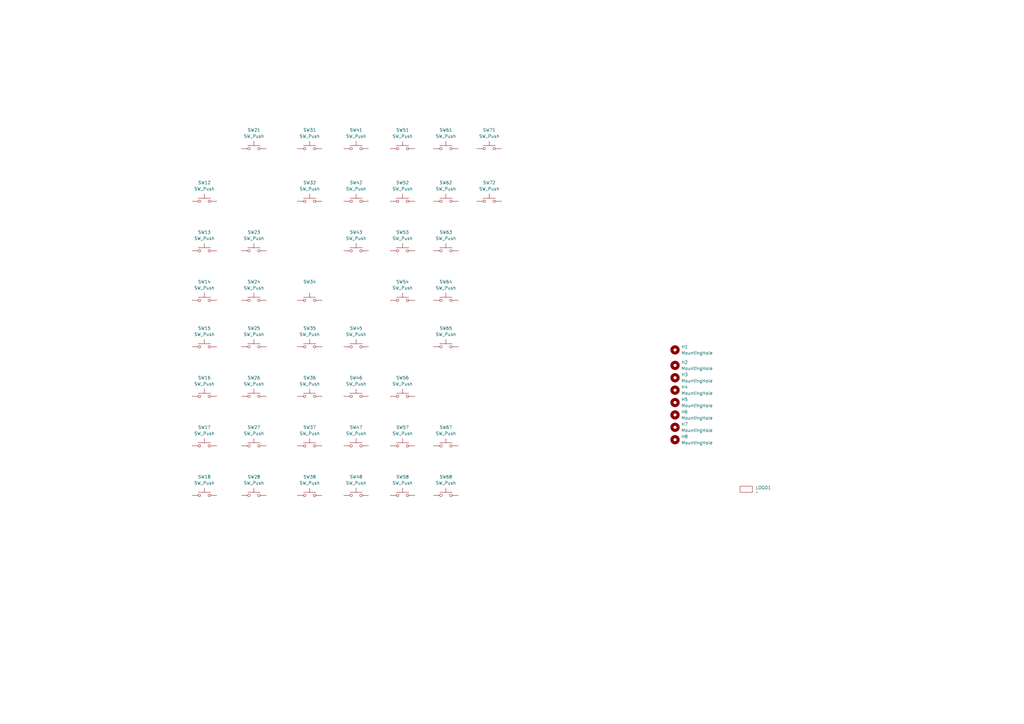
<source format=kicad_sch>
(kicad_sch (version 20250114) (generator "eeschema") (generator_version "9.0")
  (paper "A3")
  (title_block (title "hmkb44") (date "2025-05-10") (rev "V1.0"))
  (lib_symbols
    (symbol "Mechanical:MountingHole" (pin_names (offset 1.016)) (in_bom no)
      (property "Reference" "H" (at 0 5.08 0))
      (property "Value" "MountingHole" (at 0 3.175 0))
      (symbol "MountingHole_0_1"
        (circle (center 0 0) (radius 1.27) (stroke (width 1.27)))
      )
    )
    (symbol "MyLibrary:LOGO_1" (in_bom no)
      (property "Reference" "LOGO" (at 0 0 0))
      (symbol "LOGO_1_0_1"
        (rectangle (start -2.54 1.27) (end 2.54 -1.27))
      )
    )
    (symbol "Switch:SW_Push" (pin_numbers (hide yes)) (pin_names (offset 1.016) (hide yes))
      (property "Reference" "SW" (at 1.27 2.54 0))
      (property "Value" "SW_Push" (at 0 -1.524 0))
      (symbol "SW_Push_0_1"
        (circle (center -2.032 0) (radius 0.508))
        (polyline (pts (xy 0 1.27) (xy 0 3.048)))
        (circle (center 2.032 0) (radius 0.508))
        (polyline (pts (xy 2.54 1.27) (xy -2.54 1.27)))
        (pin passive line (at -5.08 0 0) (length 2.54) (name "1") (number "1"))
        (pin passive line (at 5.08 0 180) (length 2.54) (name "2") (number "2"))
      )
    )
  )
  (symbol (lib_id "Mechanical:MountingHole") (at 276.86 175.26 0) (unit 1) (in_bom no)
    (property "Reference" "H7" (at 279.4 173.9899 0) (effects (justify left)))
    (property "Value" "MountingHole" (at 279.4 176.5299 0) (effects (justify left)))
    (property "Footprint" "MountingHole:MountingHole_2.2mm_M2" (effects (hide yes)))
    (property "Description" "Mounting Hole without connection" (effects (hide yes)))
  )
  (symbol (lib_id "Switch:SW_Push") (at 104.14 162.56 0) (unit 1)
    (property "Reference" "SW26" (at 104.14 154.94 0))
    (property "Value" "SW_Push" (at 104.14 157.48 0))
    (property "Footprint" "00SS_kbd_SW_Hole:SW_Hole_1.5u" (effects (hide yes)))
    (property "Description" "Push button switch, generic, two pins" (effects (hide yes)))
  )
  (symbol (lib_id "Switch:SW_Push") (at 146.05 162.56 0) (unit 1)
    (property "Reference" "SW46" (at 146.05 154.94 0))
    (property "Value" "SW_Push" (at 146.05 157.48 0))
    (property "Footprint" "00SS_kbd_SW_Hole:SW_Hole_1u" (effects (hide yes)))
    (property "Description" "Push button switch, generic, two pins" (effects (hide yes)))
  )
  (symbol (lib_id "Switch:SW_Push") (at 104.14 203.2 0) (unit 1)
    (property "Reference" "SW28" (at 104.14 195.58 0))
    (property "Value" "SW_Push" (at 104.14 198.12 0))
    (property "Footprint" "00SS_kbd_SW_Hole:SW_Hole_1u" (effects (hide yes)))
    (property "Description" "Push button switch, generic, two pins" (effects (hide yes)))
  )
  (symbol (lib_id "Mechanical:MountingHole") (at 276.86 160.02 0) (unit 1) (in_bom no)
    (property "Reference" "H4" (at 279.4 158.7499 0) (effects (justify left)))
    (property "Value" "MountingHole" (at 279.4 161.2899 0) (effects (justify left)))
    (property "Footprint" "MountingHole:MountingHole_2.2mm_M2" (effects (hide yes)))
    (property "Description" "Mounting Hole without connection" (effects (hide yes)))
  )
  (symbol (lib_id "Switch:SW_Push") (at 127 162.56 0) (unit 1)
    (property "Reference" "SW36" (at 127 154.94 0))
    (property "Value" "SW_Push" (at 127 157.48 0))
    (property "Footprint" "00SS_kbd_SW_Hole:SW_Hole_1u" (effects (hide yes)))
    (property "Description" "Push button switch, generic, two pins" (effects (hide yes)))
  )
  (symbol (lib_id "Switch:SW_Push") (at 165.1 162.56 0) (unit 1)
    (property "Reference" "SW56" (at 165.1 154.94 0))
    (property "Value" "SW_Push" (at 165.1 157.48 0))
    (property "Footprint" "00SS_kbd_SW_Hole:SW_Hole_1u" (effects (hide yes)))
    (property "Description" "Push button switch, generic, two pins" (effects (hide yes)))
  )
  (symbol (lib_id "Mechanical:MountingHole") (at 276.86 165.1 0) (unit 1) (in_bom no)
    (property "Reference" "H5" (at 279.4 163.8299 0) (effects (justify left)))
    (property "Value" "MountingHole" (at 279.4 166.3699 0) (effects (justify left)))
    (property "Footprint" "MountingHole:MountingHole_2.2mm_M2" (effects (hide yes)))
    (property "Description" "Mounting Hole without connection" (effects (hide yes)))
  )
  (symbol (lib_id "Switch:SW_Push") (at 165.1 203.2 0) (unit 1)
    (property "Reference" "SW58" (at 165.1 195.58 0))
    (property "Value" "SW_Push" (at 165.1 198.12 0))
    (property "Footprint" "00SS_kbd_SW_Hole:SW_Hole_1.75u" (effects (hide yes)))
    (property "Description" "Push button switch, generic, two pins" (effects (hide yes)))
  )
  (symbol (lib_id "Switch:SW_Push") (at 182.88 142.24 0) (unit 1)
    (property "Reference" "SW65" (at 182.88 134.62 0))
    (property "Value" "SW_Push" (at 182.88 137.16 0))
    (property "Footprint" "00SS_kbd_SW_Hole:SW_Hole_1u" (effects (hide yes)))
    (property "Description" "Push button switch, generic, two pins" (effects (hide yes)))
  )
  (symbol (lib_id "Mechanical:MountingHole") (at 276.86 170.18 0) (unit 1) (in_bom no)
    (property "Reference" "H6" (at 279.4 168.9099 0) (effects (justify left)))
    (property "Value" "MountingHole" (at 279.4 171.4499 0) (effects (justify left)))
    (property "Footprint" "MountingHole:MountingHole_2.2mm_M2" (effects (hide yes)))
    (property "Description" "Mounting Hole without connection" (effects (hide yes)))
  )
  (symbol (lib_id "Switch:SW_Push") (at 146.05 182.88 0) (unit 1)
    (property "Reference" "SW47" (at 146.05 175.26 0))
    (property "Value" "SW_Push" (at 146.05 177.8 0))
    (property "Footprint" "00SS_kbd_SW_Hole:SW_Hole_1u" (effects (hide yes)))
    (property "Description" "Push button switch, generic, two pins" (effects (hide yes)))
  )
  (symbol (lib_id "Switch:SW_Push") (at 127 182.88 0) (unit 1)
    (property "Reference" "SW37" (at 127 175.26 0))
    (property "Value" "SW_Push" (at 127 177.8 0))
    (property "Footprint" "00SS_kbd_SW_Hole:SW_Hole_1u" (effects (hide yes)))
    (property "Description" "Push button switch, generic, two pins" (effects (hide yes)))
  )
  (symbol (lib_id "Switch:SW_Push") (at 146.05 203.2 0) (unit 1)
    (property "Reference" "SW48" (at 146.05 195.58 0))
    (property "Value" "SW_Push" (at 146.05 198.12 0))
    (property "Footprint" "00SS_kbd_SW_Hole:SW_Hole_1u" (effects (hide yes)))
    (property "Description" "Push button switch, generic, two pins" (effects (hide yes)))
  )
  (symbol (lib_id "Switch:SW_Push") (at 165.1 123.19 0) (unit 1)
    (property "Reference" "SW54" (at 165.1 115.57 0))
    (property "Value" "SW_Push" (at 165.1 118.11 0))
    (property "Footprint" "00SS_kbd_SW_Hole:SW_Hole_1u" (effects (hide yes)))
    (property "Description" "Push button switch, generic, two pins" (effects (hide yes)))
  )
  (symbol (lib_id "Switch:SW_Push") (at 104.14 142.24 0) (unit 1)
    (property "Reference" "SW25" (at 104.14 134.62 0))
    (property "Value" "SW_Push" (at 104.14 137.16 0))
    (property "Footprint" "00SS_kbd_SW_Hole:SW_Hole_1u" (effects (hide yes)))
    (property "Description" "Push button switch, generic, two pins" (effects (hide yes)))
  )
  (symbol (lib_id "Switch:SW_Push") (at 127 203.2 0) (unit 1)
    (property "Reference" "SW38" (at 127 195.58 0))
    (property "Value" "SW_Push" (at 127 198.12 0))
    (property "Footprint" "00SS_kbd_SW_Hole:SW_Hole_1u" (effects (hide yes)))
    (property "Description" "Push button switch, generic, two pins" (effects (hide yes)))
  )
  (symbol (lib_id "Switch:SW_Push") (at 83.82 123.19 0) (unit 1)
    (property "Reference" "SW14" (at 83.82 115.57 0))
    (property "Value" "SW_Push" (at 83.82 118.11 0))
    (property "Footprint" "00SS_kbd_SW_Hole:SW_Hole_1u" (effects (hide yes)))
    (property "Description" "Push button switch, generic, two pins" (effects (hide yes)))
  )
  (symbol (lib_id "Mechanical:MountingHole") (at 276.86 149.86 0) (unit 1) (in_bom no)
    (property "Reference" "H2" (at 279.4 148.5899 0) (effects (justify left)))
    (property "Value" "MountingHole" (at 279.4 151.1299 0) (effects (justify left)))
    (property "Footprint" "MountingHole:MountingHole_2.2mm_M2" (effects (hide yes)))
    (property "Description" "Mounting Hole without connection" (effects (hide yes)))
  )
  (symbol (lib_id "Switch:SW_Push") (at 200.66 60.96 0) (unit 1)
    (property "Reference" "SW71" (at 200.66 53.34 0))
    (property "Value" "SW_Push" (at 200.66 55.88 0))
    (property "Footprint" "00SS_kbd_SW_Hole:SW_Hole_1.25u" (effects (hide yes)))
    (property "Description" "Push button switch, generic, two pins" (effects (hide yes)))
  )
  (symbol (lib_id "Switch:SW_Push") (at 127 82.55 0) (unit 1)
    (property "Reference" "SW32" (at 127 74.93 0))
    (property "Value" "SW_Push" (at 127 77.47 0))
    (property "Footprint" "00SS_kbd_SW_Hole:SW_Hole_1u" (effects (hide yes)))
    (property "Description" "Push button switch, generic, two pins" (effects (hide yes)))
  )
  (symbol (lib_id "Switch:SW_Push") (at 182.88 60.96 0) (unit 1)
    (property "Reference" "SW61" (at 182.88 53.34 0))
    (property "Value" "SW_Push" (at 182.88 55.88 0))
    (property "Footprint" "00SS_kbd_SW_Hole:SW_Hole_1.25u" (effects (hide yes)))
    (property "Description" "Push button switch, generic, two pins" (effects (hide yes)))
  )
  (symbol (lib_id "Switch:SW_Push") (at 127 142.24 0) (unit 1)
    (property "Reference" "SW35" (at 127 134.62 0))
    (property "Value" "SW_Push" (at 127 137.16 0))
    (property "Footprint" "00SS_kbd_SW_Hole:SW_Hole_1u" (effects (hide yes)))
    (property "Description" "Push button switch, generic, two pins" (effects (hide yes)))
  )
  (symbol (lib_id "Switch:SW_Push") (at 165.1 102.87 0) (unit 1)
    (property "Reference" "SW53" (at 165.1 95.25 0))
    (property "Value" "SW_Push" (at 165.1 97.79 0))
    (property "Footprint" "00SS_kbd_SW_Hole:SW_Hole_1u" (effects (hide yes)))
    (property "Description" "Push button switch, generic, two pins" (effects (hide yes)))
  )
  (symbol (lib_id "Switch:SW_Push") (at 182.88 182.88 0) (unit 1)
    (property "Reference" "SW67" (at 182.88 175.26 0))
    (property "Value" "SW_Push" (at 182.88 177.8 0))
    (property "Footprint" "00SS_kbd_SW_Hole:SW_Hole_2.25u" (effects (hide yes)))
    (property "Description" "Push button switch, generic, two pins" (effects (hide yes)))
  )
  (symbol (lib_id "Switch:SW_Push") (at 104.14 182.88 0) (unit 1)
    (property "Reference" "SW27" (at 104.14 175.26 0))
    (property "Value" "SW_Push" (at 104.14 177.8 0))
    (property "Footprint" "00SS_kbd_SW_Hole:SW_Hole_1.75u" (effects (hide yes)))
    (property "Description" "Push button switch, generic, two pins" (effects (hide yes)))
  )
  (symbol (lib_id "MyLibrary:LOGO_1") (at 306.07 200.66 0) (unit 1) (in_bom no)
    (property "Reference" "LOGO1" (at 309.88 200.0249 0) (effects (justify left)))
    (property "Value" "~" (at 309.88 201.93 0) (effects (justify left)))
    (property "Footprint" "MyLibrary:LOGO" (effects (hide yes)))
  )
  (symbol (lib_id "Mechanical:MountingHole") (at 276.86 143.51 0) (unit 1) (in_bom no)
    (property "Reference" "H1" (at 279.4 142.2399 0) (effects (justify left)))
    (property "Value" "MountingHole" (at 279.4 144.7799 0) (effects (justify left)))
    (property "Footprint" "MountingHole:MountingHole_2.2mm_M2" (effects (hide yes)))
    (property "Description" "Mounting Hole without connection" (effects (hide yes)))
  )
  (symbol (lib_id "Switch:SW_Push") (at 127 60.96 0) (unit 1)
    (property "Reference" "SW31" (at 127 53.34 0))
    (property "Value" "SW_Push" (at 127 55.88 0))
    (property "Footprint" "00SS_kbd_SW_Hole:SW_Hole_1u" (effects (hide yes)))
    (property "Description" "Push button switch, generic, two pins" (effects (hide yes)))
  )
  (symbol (lib_id "Mechanical:MountingHole") (at 276.86 154.94 0) (unit 1) (in_bom no)
    (property "Reference" "H3" (at 279.4 153.6699 0) (effects (justify left)))
    (property "Value" "MountingHole" (at 279.4 156.2099 0) (effects (justify left)))
    (property "Footprint" "MountingHole:MountingHole_2.2mm_M2" (effects (hide yes)))
    (property "Description" "Mounting Hole without connection" (effects (hide yes)))
  )
  (symbol (lib_id "Switch:SW_Push") (at 165.1 60.96 0) (unit 1)
    (property "Reference" "SW51" (at 165.1 53.34 0))
    (property "Value" "SW_Push" (at 165.1 55.88 0))
    (property "Footprint" "00SS_kbd_SW_Hole:SW_Hole_1u" (effects (hide yes)))
    (property "Description" "Push button switch, generic, two pins" (effects (hide yes)))
  )
  (symbol (lib_id "Switch:SW_Push") (at 83.82 102.87 0) (unit 1)
    (property "Reference" "SW13" (at 83.82 95.25 0))
    (property "Value" "SW_Push" (at 83.82 97.79 0))
    (property "Footprint" "00SS_kbd_SW_Hole:SW_Hole_1u" (effects (hide yes)))
    (property "Description" "Push button switch, generic, two pins" (effects (hide yes)))
  )
  (symbol (lib_id "Switch:SW_Push") (at 127 123.19 0) (unit 1)
    (property "Reference" "SW34" (at 127 115.57 0))
    (property "Value" "SW_Push" (effects (hide yes)))
    (property "Footprint" "00SS_kbd_SW_Hole:SW_Hole_1u" (effects (hide yes)))
    (property "Description" "Push button switch, generic, two pins" (effects (hide yes)))
  )
  (symbol (lib_id "Switch:SW_Push") (at 165.1 182.88 0) (unit 1)
    (property "Reference" "SW57" (at 165.1 175.26 0))
    (property "Value" "SW_Push" (at 165.1 177.8 0))
    (property "Footprint" "00SS_kbd_SW_Hole:SW_Hole_1u" (effects (hide yes)))
    (property "Description" "Push button switch, generic, two pins" (effects (hide yes)))
  )
  (symbol (lib_id "Switch:SW_Push") (at 200.66 82.55 0) (unit 1)
    (property "Reference" "SW72" (at 200.66 74.93 0))
    (property "Value" "SW_Push" (at 200.66 77.47 0))
    (property "Footprint" "00SS_kbd_SW_Hole:SW_Hole_1.25u" (effects (hide yes)))
    (property "Description" "Push button switch, generic, two pins" (effects (hide yes)))
  )
  (symbol (lib_id "Switch:SW_Push") (at 104.14 102.87 0) (unit 1)
    (property "Reference" "SW23" (at 104.14 95.25 0))
    (property "Value" "SW_Push" (at 104.14 97.79 0))
    (property "Footprint" "00SS_kbd_SW_Hole:SW_Hole_1u" (effects (hide yes)))
    (property "Description" "Push button switch, generic, two pins" (effects (hide yes)))
  )
  (symbol (lib_id "Switch:SW_Push") (at 165.1 82.55 0) (unit 1)
    (property "Reference" "SW52" (at 165.1 74.93 0))
    (property "Value" "SW_Push" (at 165.1 77.47 0))
    (property "Footprint" "00SS_kbd_SW_Hole:SW_Hole_1u" (effects (hide yes)))
    (property "Description" "Push button switch, generic, two pins" (effects (hide yes)))
  )
  (symbol (lib_id "Switch:SW_Push") (at 83.82 162.56 0) (unit 1)
    (property "Reference" "SW16" (at 83.82 154.94 0))
    (property "Value" "SW_Push" (at 83.82 157.48 0))
    (property "Footprint" "00SS_kbd_SW_Hole:SW_Hole_1u" (effects (hide yes)))
    (property "Description" "Push button switch, generic, two pins" (effects (hide yes)))
  )
  (symbol (lib_id "Switch:SW_Push") (at 182.88 203.2 0) (unit 1)
    (property "Reference" "SW68" (at 182.88 195.58 0))
    (property "Value" "SW_Push" (at 182.88 198.12 0))
    (property "Footprint" "00SS_kbd_SW_Hole:SW_Hole_1.25u" (effects (hide yes)))
    (property "Description" "Push button switch, generic, two pins" (effects (hide yes)))
  )
  (symbol (lib_id "Switch:SW_Push") (at 182.88 102.87 0) (unit 1)
    (property "Reference" "SW63" (at 182.88 95.25 0))
    (property "Value" "SW_Push" (at 182.88 97.79 0))
    (property "Footprint" "00SS_kbd_SW_Hole:SW_Hole_1.25u" (effects (hide yes)))
    (property "Description" "Push button switch, generic, two pins" (effects (hide yes)))
  )
  (symbol (lib_id "Switch:SW_Push") (at 146.05 102.87 0) (unit 1)
    (property "Reference" "SW43" (at 146.05 95.25 0))
    (property "Value" "SW_Push" (at 146.05 97.79 0))
    (property "Footprint" "00SS_kbd_SW_Hole:SW_Hole_1.25u" (effects (hide yes)))
    (property "Description" "Push button switch, generic, two pins" (effects (hide yes)))
  )
  (symbol (lib_id "Switch:SW_Push") (at 182.88 82.55 0) (unit 1)
    (property "Reference" "SW62" (at 182.88 74.93 0))
    (property "Value" "SW_Push" (at 182.88 77.47 0))
    (property "Footprint" "00SS_kbd_SW_Hole:SW_Hole_1.25u" (effects (hide yes)))
    (property "Description" "Push button switch, generic, two pins" (effects (hide yes)))
  )
  (symbol (lib_id "Mechanical:MountingHole") (at 276.86 180.34 0) (unit 1) (in_bom no)
    (property "Reference" "H8" (at 279.4 179.0699 0) (effects (justify left)))
    (property "Value" "MountingHole" (at 279.4 181.6099 0) (effects (justify left)))
    (property "Footprint" "MountingHole:MountingHole_2.2mm_M2" (effects (hide yes)))
    (property "Description" "Mounting Hole without connection" (effects (hide yes)))
  )
  (symbol (lib_id "Switch:SW_Push") (at 104.14 123.19 0) (unit 1)
    (property "Reference" "SW24" (at 104.14 115.57 0))
    (property "Value" "SW_Push" (at 104.14 118.11 0))
    (property "Footprint" "00SS_kbd_SW_Hole:SW_Hole_1u" (effects (hide yes)))
    (property "Description" "Push button switch, generic, two pins" (effects (hide yes)))
  )
  (symbol (lib_id "Switch:SW_Push") (at 83.82 203.2 0) (unit 1)
    (property "Reference" "SW18" (at 83.82 195.58 0))
    (property "Value" "SW_Push" (at 83.82 198.12 0))
    (property "Footprint" "00SS_kbd_SW_Hole:SW_Hole_1u" (effects (hide yes)))
    (property "Description" "Push button switch, generic, two pins" (effects (hide yes)))
  )
  (symbol (lib_id "Switch:SW_Push") (at 146.05 60.96 0) (unit 1)
    (property "Reference" "SW41" (at 146.05 53.34 0))
    (property "Value" "SW_Push" (at 146.05 55.88 0))
    (property "Footprint" "00SS_kbd_SW_Hole:SW_Hole_1u" (effects (hide yes)))
    (property "Description" "Push button switch, generic, two pins" (effects (hide yes)))
  )
  (symbol (lib_id "Switch:SW_Push") (at 182.88 123.19 0) (unit 1)
    (property "Reference" "SW64" (at 182.88 115.57 0))
    (property "Value" "SW_Push" (at 182.88 118.11 0))
    (property "Footprint" "00SS_kbd_SW_Hole:SW_Hole_2.25u" (effects (hide yes)))
    (property "Description" "Push button switch, generic, two pins" (effects (hide yes)))
  )
  (symbol (lib_id "Switch:SW_Push") (at 146.05 142.24 0) (unit 1)
    (property "Reference" "SW45" (at 146.05 134.62 0))
    (property "Value" "SW_Push" (at 146.05 137.16 0))
    (property "Footprint" "00SS_kbd_SW_Hole:SW_Hole_1u" (effects (hide yes)))
    (property "Description" "Push button switch, generic, two pins" (effects (hide yes)))
  )
  (symbol (lib_id "Switch:SW_Push") (at 83.82 182.88 0) (unit 1)
    (property "Reference" "SW17" (at 83.82 175.26 0))
    (property "Value" "SW_Push" (at 83.82 177.8 0))
    (property "Footprint" "00SS_kbd_SW_Hole:SW_Hole_1u" (effects (hide yes)))
    (property "Description" "Push button switch, generic, two pins" (effects (hide yes)))
  )
  (symbol (lib_id "Switch:SW_Push") (at 104.14 60.96 0) (unit 1)
    (property "Reference" "SW21" (at 104.14 53.34 0))
    (property "Value" "SW_Push" (at 104.14 55.88 0))
    (property "Footprint" "00SS_kbd_SW_Hole:SW_Hole_1u" (effects (hide yes)))
    (property "Description" "Push button switch, generic, two pins" (effects (hide yes)))
  )
  (symbol (lib_id "Switch:SW_Push") (at 83.82 82.55 0) (unit 1)
    (property "Reference" "SW12" (at 83.82 74.93 0))
    (property "Value" "SW_Push" (at 83.82 77.47 0))
    (property "Footprint" "00SS_kbd_SW_Hole:SW_Hole_1.5u" (effects (hide yes)))
    (property "Description" "Push button switch, generic, two pins" (effects (hide yes)))
  )
  (symbol (lib_id "Switch:SW_Push") (at 146.05 82.55 0) (unit 1)
    (property "Reference" "SW42" (at 146.05 74.93 0))
    (property "Value" "SW_Push" (at 146.05 77.47 0))
    (property "Footprint" "00SS_kbd_SW_Hole:SW_Hole_2.25u" (effects (hide yes)))
    (property "Description" "Push button switch, generic, two pins" (effects (hide yes)))
  )
  (symbol (lib_id "Switch:SW_Push") (at 83.82 142.24 0) (unit 1)
    (property "Reference" "SW15" (at 83.82 134.62 0))
    (property "Value" "SW_Push" (at 83.82 137.16 0))
    (property "Footprint" "00SS_kbd_SW_Hole:SW_Hole_1u" (effects (hide yes)))
    (property "Description" "Push button switch, generic, two pins" (effects (hide yes)))
  )
)
</source>
